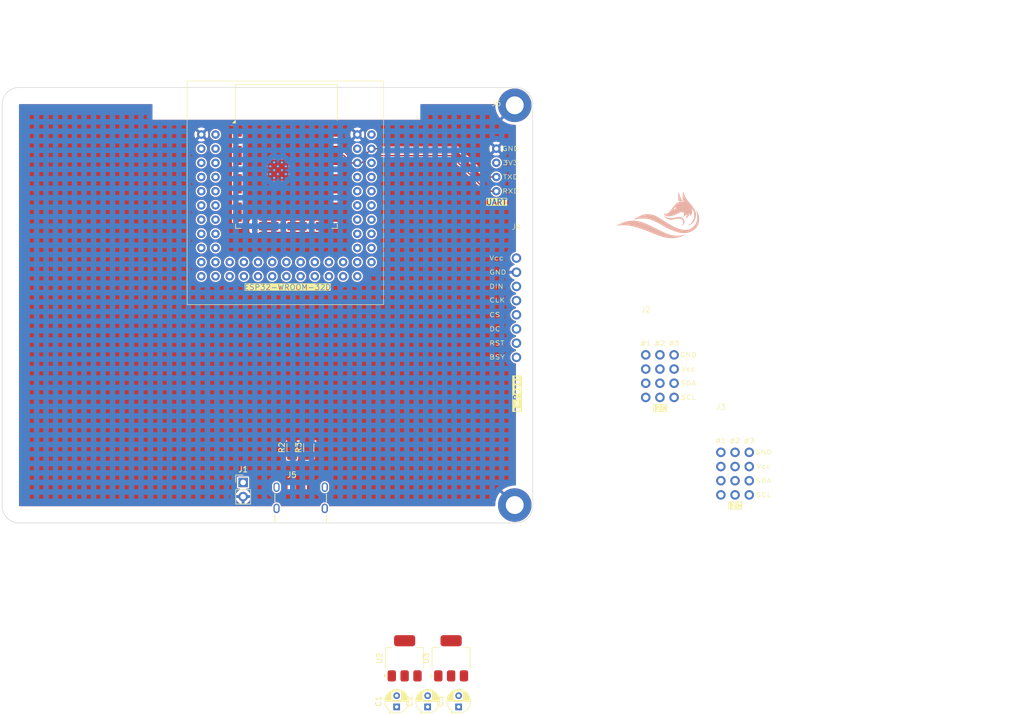
<source format=kicad_pcb>
(kicad_pcb (version 20240108) (generator "pcbnew") (generator_version "8.0")
  (title_block (title "ESP32-WROOM-32D Automation Board") (date "2024-01-15") (rev "v1.10") (company "CEGEP Heritage College") (comment 1 "Alexander Bobkov"))
  (layers (0 "F.Cu" signal) (31 "B.Cu" signal) (34 "B.Paste" user) (35 "F.Paste" user) (36 "B.SilkS" user "B.Silkscreen") (37 "F.SilkS" user "F.Silkscreen") (38 "B.Mask" user) (39 "F.Mask" user) (44 "Edge.Cuts" user))
  (net 0 "")
  (net 1 "/VBUS")
  (net 2 "/SCL")
  (net 3 "/SDA")
  (net 4 "/BUSY")
  (net 5 "/CLK")
  (net 6 "/DC")
  (net 7 "/CS")
  (net 8 "/DIN")
  (net 9 "/RST")
  (net 13 "/UART-TX")
  (net 16 "+3V3")
  (net 17 "GND")
  (net 18 "+5V")
  (net 23 "Net-(J8-EN)")
  (net 25 "Net-(J7-SENSOR_VP)")
  (net 26 "Net-(J7-SENSOR_VN)")
  (net 27 "/UART-RX")
  (net 38 "Net-(J5-CC2)")
  (net 39 "Net-(J5-CC1)")
  (footprint "Package_TO_SOT_SMD:SOT-223-3_TabPin2" (layer "F.Cu") (at 113.675 152.25 90)
    (property "Reference" "U2" (at 0 -4.5 90) (layer "F.SilkS"))
    (property "Value" "MAX1726EUK50")
    (pad "1" smd roundrect (at -3.15 -2.3 90) (size 2 1.5) (layers "F.Cu" "F.Paste" "F.Mask") (net 1 "/VBUS"))
    (pad "2" smd roundrect (at -3.15 0 90) (size 2 1.5) (layers "F.Cu" "F.Paste" "F.Mask") (net 17 "GND"))
    (pad "2" smd roundrect (at 3.15 0 90) (size 2 3.8) (layers "F.Cu" "F.Paste" "F.Mask") (net 17 "GND"))
    (pad "3" smd roundrect (at -3.15 2.3 90) (size 2 1.5) (layers "F.Cu" "F.Paste" "F.Mask") (net 18 "+5V"))
  )
  (footprint "Resistor_SMD:R_1206_3216Metric_Pad1.30x1.75mm_HandSolder" (layer "F.Cu") (at 93.5 114.5 90)
    (property "Reference" "R2" (at 0 -1.82 90) (layer "F.SilkS"))
    (property "Value" "5k1")
    (pad "1" smd roundrect (at -1.55 0 90) (size 1.3 1.75) (layers "F.Cu" "F.Paste" "F.Mask") (roundrect_rratio 0.192308) (net 39 "Net-(J5-CC1)"))
    (pad "2" smd roundrect (at 1.55 0 90) (size 1.3 1.75) (layers "F.Cu" "F.Paste" "F.Mask") (roundrect_rratio 0.192308) (net 17 "GND"))
  )
  (footprint "Capacitor_THT:CP_Radial_D4.0mm_P2.00mm" (layer "F.Cu") (at 123.35 160.945199 90)
    (property "Reference" "C3" (at 1 -3.25 90) (layer "F.SilkS"))
    (property "Value" "1uF")
    (pad "1" thru_hole rect (at 0 0 90) (size 1.2 1.2) (drill 0.6) (layers "*.Cu" "*.Mask") (net 1 "/VBUS"))
    (pad "2" thru_hole circle (at 2 0 90) (size 1.2 1.2) (drill 0.6) (layers "*.Cu" "*.Mask") (net 17 "GND"))
  )
  (footprint "PCM_SL_Mechanical:MountingHole_3.2mm_Pad" (layer "F.Cu") (at 133.4 53.2)
    (property "Reference" "H5" (hide yes))
    (property "Value" "MountingHole_M3_3.2mm_Pad")
    (pad "1" thru_hole circle (at 0 0) (size 6 6) (drill 3.2) (layers "*.Cu" "*.Mask") (net 17 "GND"))
  )
  (footprint "Resistor_SMD:R_1206_3216Metric_Pad1.30x1.75mm_HandSolder" (layer "F.Cu") (at 96.5 114.5 90)
    (property "Reference" "R3" (at 0 -1.82 90) (layer "F.SilkS"))
    (property "Value" "5k1")
    (pad "1" smd roundrect (at -1.55 0 90) (size 1.3 1.75) (layers "F.Cu" "F.Paste" "F.Mask") (roundrect_rratio 0.192308) (net 38 "Net-(J5-CC2)"))
    (pad "2" smd roundrect (at 1.55 0 90) (size 1.3 1.75) (layers "F.Cu" "F.Paste" "F.Mask") (roundrect_rratio 0.192308) (net 17 "GND"))
  )
  (footprint "Alexander Footprint Library:Conn_ePaper" (layer "F.Cu") (at 133.7 75.48)
    (property "Reference" "J4" (at 0 -0.5 0) (layer "F.SilkS") (effects (font (thickness 0.1))))
    (property "Value" "e-Paper")
    (fp_text user "Vcc" (at -3.571429 5.08 0) (layer "F.SilkS") (effects (font (size 0.8 1) (thickness 0.1))))
    (fp_text user "DC" (at -3.857143 17.78 0) (layer "F.SilkS") (effects (font (size 0.8 1) (thickness 0.1))))
    (fp_text user "GND" (at -3.333334 7.62 0) (layer "F.SilkS") (effects (font (size 0.8 1) (thickness 0.1))))
    (fp_text user "e-Paper" (at 0 29.42 90) (layer "F.SilkS" knockout) (effects (font (thickness 0.2) (bold yes))))
    (fp_text user "BSY" (at -3.452381 22.82 0) (layer "F.SilkS") (effects (font (size 0.8 1) (thickness 0.1))))
    (fp_text user "CLK" (at -3.452381 12.62 0) (layer "F.SilkS") (effects (font (size 0.8 1) (thickness 0.1))))
    (fp_text user "DIN" (at -3.595239 10.16 0) (layer "F.SilkS") (effects (font (size 0.8 1) (thickness 0.1))))
    (fp_text user "RST" (at -3.5 20.32 0) (layer "F.SilkS") (effects (font (size 0.8 1) (thickness 0.1))))
    (fp_text user "CS" (at -3.880953 15.24 0) (layer "F.SilkS") (effects (font (size 0.8 1) (thickness 0.1))))
    (pad "BUSY" thru_hole oval (at 0 22.86) (size 1.7 1.7) (drill 1) (layers "*.Cu" "*.Mask") (net 4 "/BUSY"))
    (pad "CLK" thru_hole oval (at 0 12.7) (size 1.7 1.7) (drill 1) (layers "*.Cu" "*.Mask") (net 5 "/CLK"))
    (pad "CS" thru_hole oval (at 0 15.24) (size 1.7 1.7) (drill 1) (layers "*.Cu" "*.Mask") (net 7 "/CS"))
    (pad "DC" thru_hole oval (at 0 17.78) (size 1.7 1.7) (drill 1) (layers "*.Cu" "*.Mask") (net 6 "/DC"))
    (pad "DIN" thru_hole oval (at 0 10.16) (size 1.7 1.7) (drill 1) (layers "*.Cu" "*.Mask") (net 8 "/DIN"))
    (pad "GND" thru_hole oval (at 0 7.62) (size 1.7 1.7) (drill 1) (layers "*.Cu" "*.Mask") (net 17 "GND"))
    (pad "RST" thru_hole oval (at 0 20.32) (size 1.7 1.7) (drill 1) (layers "*.Cu" "*.Mask") (net 9 "/RST"))
    (pad "Vcc" thru_hole oval (at 0 5.08) (size 1.7 1.7) (drill 1) (layers "*.Cu" "*.Mask") (net 16 "+3V3"))
  )
  (footprint "Alexander Footprint Library:Conn_UART" (layer "F.Cu") (at 130.1 53.34)
    (property "Reference" "J6" (at 0 -0.5 0) (layer "F.SilkS") (effects (font (thickness 0.1))))
    (property "Value" "UART")
    (fp_text user "UART" (at 0 17.78 0) (layer "F.SilkS" knockout) (effects (font (thickness 0.2) (bold yes)) (justify bottom)))
    (fp_text user "RXD" (at 2.54 15.24 0) (layer "F.SilkS") (effects (font (size 0.8 1) (thickness 0.1))))
    (fp_text user "3V3" (at 2.54 10.16 0) (layer "F.SilkS") (effects (font (size 0.8 1) (thickness 0.1))))
    (fp_text user "TXD" (at 2.54 12.7 0) (layer "F.SilkS") (effects (font (size 0.8 1) (thickness 0.1))))
    (fp_text user "GND" (at 2.54 7.62 0) (layer "F.SilkS") (effects (font (size 0.8 1) (thickness 0.1))))
    (pad "3V3" thru_hole circle (at 0 10.16) (size 1.524 1.524) (drill 0.762) (layers "*.Cu" "*.Mask") (net 16 "+3V3"))
    (pad "GND" thru_hole circle (at 0 7.62) (size 1.524 1.524) (drill 0.762) (layers "*.Cu" "*.Mask") (net 17 "GND"))
    (pad "RXD" thru_hole circle (at 0 15.24) (size 1.524 1.524) (drill 0.762) (layers "*.Cu" "*.Mask") (net 27 "/UART-RX"))
    (pad "TXD" thru_hole circle (at 0 12.7) (size 1.524 1.524) (drill 0.762) (layers "*.Cu" "*.Mask") (net 13 "/UART-TX"))
  )
  (footprint "Alexander Footprint Library:Conn_I2C_3" (layer "F.Cu") (at 156.86 90.28)
    (property "Reference" "J2" (at 0 -0.5 0) (layer "F.SilkS") (effects (font (thickness 0.1))))
    (property "Value" "I2C")
    (fp_text user "SDA" (at 7.62 12.7 0) (layer "F.SilkS") (effects (font (size 0.8 1) (thickness 0.1))))
    (fp_text user "I2C" (at 2.54 17.78 0) (layer "F.SilkS" knockout) (effects (font (thickness 0.2) (bold yes)) (justify bottom)))
    (fp_text user "#1" (at 0 5.08 0) (layer "F.SilkS") (effects (font (size 0.8 1) (thickness 0.1)) (justify top)))
    (fp_text user "Vcc" (at 7.62 10.16 0) (layer "F.SilkS") (effects (font (size 0.8 1) (thickness 0.1))))
    (fp_text user "GND" (at 7.62 7.62 0) (layer "F.SilkS") (effects (font (size 0.8 1) (thickness 0.1))))
    (fp_text user "SCL" (at 7.62 15.24 0) (layer "F.SilkS") (effects (font (size 0.8 1) (thickness 0.1))))
    (fp_text user "#2" (at 2.54 5.08 0) (layer "F.SilkS") (effects (font (size 0.8 1) (thickness 0.1)) (justify top)))
    (fp_text user "#3" (at 5.08 5.08 0) (layer "F.SilkS") (effects (font (size 0.8 1) (thickness 0.1)) (justify top)))
    (pad "GND" thru_hole oval (at 0 7.62) (size 1.7 1.7) (drill 1) (layers "*.Cu" "*.Mask") (net 17 "GND"))
    (pad "GND" thru_hole oval (at 2.54 7.62) (size 1.7 1.7) (drill 1) (layers "*.Cu" "*.Mask") (net 17 "GND"))
    (pad "GND" thru_hole oval (at 5.08 7.62) (size 1.7 1.7) (drill 1) (layers "*.Cu" "*.Mask") (net 17 "GND"))
    (pad "SCL" thru_hole oval (at 0 15.24) (size 1.7 1.7) (drill 1) (layers "*.Cu" "*.Mask") (net 2 "/SCL"))
    (pad "SCL" thru_hole oval (at 2.54 15.24) (size 1.7 1.7) (drill 1) (layers "*.Cu" "*.Mask") (net 2 "/SCL"))
    (pad "SCL" thru_hole oval (at 5.08 15.24) (size 1.7 1.7) (drill 1) (layers "*.Cu" "*.Mask") (net 2 "/SCL"))
    (pad "SDA" thru_hole oval (at 0 12.7) (size 1.7 1.7) (drill 1) (layers "*.Cu" "*.Mask") (net 3 "/SDA"))
    (pad "SDA" thru_hole oval (at 2.54 12.7) (size 1.7 1.7) (drill 1) (layers "*.Cu" "*.Mask") (net 3 "/SDA"))
    (pad "SDA" thru_hole oval (at 5.08 12.7) (size 1.7 1.7) (drill 1) (layers "*.Cu" "*.Mask") (net 3 "/SDA"))
    (pad "Vcc" thru_hole oval (at 0 10.16) (size 1.7 1.7) (drill 1) (layers "*.Cu" "*.Mask") (net 16 "+3V3"))
    (pad "Vcc" thru_hole oval (at 2.54 10.16) (size 1.7 1.7) (drill 1) (layers "*.Cu" "*.Mask") (net 16 "+3V3"))
    (pad "Vcc" thru_hole oval (at 5.08 10.16) (size 1.7 1.7) (drill 1) (layers "*.Cu" "*.Mask") (net 16 "+3V3"))
  )
  (footprint "Capacitor_THT:CP_Radial_D4.0mm_P2.00mm" (layer "F.Cu") (at 117.8 160.945199 90)
    (property "Reference" "C2" (at 1 -3.25 90) (layer "F.SilkS"))
    (property "Value" "1uF")
    (pad "1" thru_hole rect (at 0 0 90) (size 1.2 1.2) (drill 0.6) (layers "*.Cu" "*.Mask") (net 18 "+5V"))
    (pad "2" thru_hole circle (at 2 0 90) (size 1.2 1.2) (drill 0.6) (layers "*.Cu" "*.Mask") (net 17 "GND"))
  )
  (footprint "Alexander Footprint Library:Conn_I2C_3" (layer "F.Cu") (at 170.32 107.74)
    (property "Reference" "J3" (at 0 -0.5 0) (layer "F.SilkS") (effects (font (thickness 0.1))))
    (property "Value" "I2C")
    (fp_text user "Vcc" (at 7.62 10.16 0) (layer "F.SilkS") (effects (font (size 0.8 1) (thickness 0.1))))
    (fp_text user "GND" (at 7.62 7.62 0) (layer "F.SilkS") (effects (font (size 0.8 1) (thickness 0.1))))
    (fp_text user "SDA" (at 7.62 12.7 0) (layer "F.SilkS") (effects (font (size 0.8 1) (thickness 0.1))))
    (fp_text user "I2C" (at 2.54 17.78 0) (layer "F.SilkS" knockout) (effects (font (thickness 0.2) (bold yes)) (justify bottom)))
    (fp_text user "SCL" (at 7.62 15.24 0) (layer "F.SilkS") (effects (font (size 0.8 1) (thickness 0.1))))
    (fp_text user "#1" (at 0 5.08 0) (layer "F.SilkS") (effects (font (size 0.8 1) (thickness 0.1)) (justify top)))
    (fp_text user "#3" (at 5.08 5.08 0) (layer "F.SilkS") (effects (font (size 0.8 1) (thickness 0.1)) (justify top)))
    (fp_text user "#2" (at 2.54 5.08 0) (layer "F.SilkS") (effects (font (size 0.8 1) (thickness 0.1)) (justify top)))
    (pad "GND" thru_hole oval (at 0 7.62) (size 1.7 1.7) (drill 1) (layers "*.Cu" "*.Mask") (net 17 "GND"))
    (pad "GND" thru_hole oval (at 2.54 7.62) (size 1.7 1.7) (drill 1) (layers "*.Cu" "*.Mask") (net 17 "GND"))
    (pad "GND" thru_hole oval (at 5.08 7.62) (size 1.7 1.7) (drill 1) (layers "*.Cu" "*.Mask") (net 17 "GND"))
    (pad "SCL" thru_hole oval (at 0 15.24) (size 1.7 1.7) (drill 1) (layers "*.Cu" "*.Mask") (net 2 "/SCL"))
    (pad "SCL" thru_hole oval (at 2.54 15.24) (size 1.7 1.7) (drill 1) (layers "*.Cu" "*.Mask") (net 2 "/SCL"))
    (pad "SCL" thru_hole oval (at 5.08 15.24) (size 1.7 1.7) (drill 1) (layers "*.Cu" "*.Mask") (net 2 "/SCL"))
    (pad "SDA" thru_hole oval (at 0 12.7) (size 1.7 1.7) (drill 1) (layers "*.Cu" "*.Mask") (net 3 "/SDA"))
    (pad "SDA" thru_hole oval (at 2.54 12.7) (size 1.7 1.7) (drill 1) (layers "*.Cu" "*.Mask") (net 3 "/SDA"))
    (pad "SDA" thru_hole oval (at 5.08 12.7) (size 1.7 1.7) (drill 1) (layers "*.Cu" "*.Mask") (net 3 "/SDA"))
    (pad "Vcc" thru_hole oval (at 0 10.16) (size 1.7 1.7) (drill 1) (layers "*.Cu" "*.Mask") (net 16 "+3V3"))
    (pad "Vcc" thru_hole oval (at 2.54 10.16) (size 1.7 1.7) (drill 1) (layers "*.Cu" "*.Mask") (net 16 "+3V3"))
    (pad "Vcc" thru_hole oval (at 5.08 10.16) (size 1.7 1.7) (drill 1) (layers "*.Cu" "*.Mask") (net 16 "+3V3"))
  )
  (footprint "Capacitor_THT:CP_Radial_D4.0mm_P2.00mm" (layer "F.Cu") (at 112.25 160.945199 90)
    (property "Reference" "C1" (at 1 -3.25 90) (layer "F.SilkS"))
    (property "Value" "1uF")
    (pad "1" thru_hole rect (at 0 0 90) (size 1.2 1.2) (drill 0.6) (layers "*.Cu" "*.Mask") (net 16 "+3V3"))
    (pad "2" thru_hole circle (at 2 0 90) (size 1.2 1.2) (drill 0.6) (layers "*.Cu" "*.Mask") (net 17 "GND"))
  )
  (footprint "Package_TO_SOT_SMD:SOT-223-3_TabPin2" (layer "F.Cu") (at 122 152.25 90)
    (property "Reference" "U3" (at 0 -4.5 90) (layer "F.SilkS"))
    (property "Value" "MAX1726EUK33")
    (pad "1" smd roundrect (at -3.15 -2.3 90) (size 2 1.5) (layers "F.Cu" "F.Paste" "F.Mask") (net 1 "/VBUS"))
    (pad "2" smd roundrect (at -3.15 0 90) (size 2 1.5) (layers "F.Cu" "F.Paste" "F.Mask") (net 17 "GND"))
    (pad "2" smd roundrect (at 3.15 0 90) (size 2 3.8) (layers "F.Cu" "F.Paste" "F.Mask") (net 17 "GND"))
    (pad "3" smd roundrect (at -3.15 2.3 90) (size 2 1.5) (layers "F.Cu" "F.Paste" "F.Mask") (net 16 "+3V3"))
  )
  (footprint "Alexander Footprint Library:ESP32-WROOM-Adapter-Socket-Universal" (layer "F.Cu") (at 92.5 66.0525)
    (property "Reference" "J8" (hide yes))
    (property "Value" "~")
    (fp_text user "ESP32-WROOM-32D" (at -7.62 20.32 0) (layer "F.SilkS" knockout) (effects (font (thickness 0.1)) (justify left bottom)))
    (pad "" thru_hole circle (at -15.24 10.16) (size 1.524 1.524) (drill 0.762) (layers "*.Cu" "*.Mask"))
    (pad "" thru_hole circle (at -15.24 12.7 90) (size 1.524 1.524) (drill 0.762) (layers "*.Cu" "*.Mask"))
    (pad "" thru_hole circle (at -15.24 15.24 90) (size 1.524 1.524) (drill 0.762) (layers "*.Cu" "*.Mask"))
    (pad "" thru_hole circle (at -15.24 17.78 90) (size 1.524 1.524) (drill 0.762) (layers "*.Cu" "*.Mask"))
    (pad "" thru_hole circle (at -12.7 10.16) (size 1.524 1.524) (drill 0.762) (layers "*.Cu" "*.Mask"))
    (pad "" thru_hole circle (at -12.7 12.7 90) (size 1.524 1.524) (drill 0.762) (layers "*.Cu" "*.Mask"))
    (pad "" thru_hole circle (at -12.7 15.24 90) (size 1.524 1.524) (drill 0.762) (layers "*.Cu" "*.Mask"))
    (pad "" thru_hole circle (at -12.7 17.78 90) (size 1.524 1.524) (drill 0.762) (layers "*.Cu" "*.Mask"))
    (pad "" thru_hole circle (at -10.16 15.24 90) (size 1.524 1.524) (drill 0.762) (layers "*.Cu" "*.Mask"))
    (pad "" thru_hole circle (at -7.62 15.24 90) (size 1.524 1.524) (drill 0.762) (layers "*.Cu" "*.Mask"))
    (pad "" thru_hole circle (at -5.08 15.24 90) (size 1.524 1.524) (drill 0.762) (layers "*.Cu" "*.Mask"))
    (pad "" thru_hole circle (at -2.54 15.24 90) (size 1.524 1.524) (drill 0.762) (layers "*.Cu" "*.Mask"))
    (pad "" thru_hole circle (at 0 15.24 90) (size 1.524 1.524) (drill 0.762) (layers "*.Cu" "*.Mask"))
    (pad "" thru_hole circle (at 2.54 15.24 90) (size 1.524 1.524) (drill 0.762) (layers "*.Cu" "*.Mask"))
    (pad "" thru_hole circle (at 5.08 15.24 90) (size 1.524 1.524) (drill 0.762) (layers "*.Cu" "*.Mask"))
    (pad "" thru_hole circle (at 7.62 15.24 90) (size 1.524 1.524) (drill 0.762) (layers "*.Cu" "*.Mask"))
    (pad "" thru_hole circle (at 10.16 15.24 90) (size 1.524 1.524) (drill 0.762) (layers "*.Cu" "*.Mask"))
    (pad "" thru_hole circle (at 12.7 10.16) (size 1.524 1.524) (drill 0.762) (layers "*.Cu" "*.Mask"))
    (pad "" thru_hole circle (at 12.7 12.7 90) (size 1.524 1.524) (drill 0.762) (layers "*.Cu" "*.Mask"))
    (pad "" thru_hole circle (at 12.7 15.24 90) (size 1.524 1.524) (drill 0.762) (layers "*.Cu" "*.Mask"))
    (pad "" thru_hole circle (at 12.7 17.78 90) (size 1.524 1.524) (drill 0.762) (layers "*.Cu" "*.Mask"))
    (pad "" thru_hole circle (at 15.24 10.16) (size 1.524 1.524) (drill 0.762) (layers "*.Cu" "*.Mask"))
    (pad "" thru_hole circle (at 15.24 12.7 90) (size 1.524 1.524) (drill 0.762) (layers "*.Cu" "*.Mask"))
    (pad "" thru_hole circle (at 15.24 15.24 90) (size 1.524 1.524) (drill 0.762) (layers "*.Cu" "*.Mask"))
    (pad "1" thru_hole circle (at -15.24 -7.62) (size 1.524 1.524) (drill 0.762) (layers "*.Cu" "*.Mask") (net 17 "GND"))
    (pad "1" smd rect (at -8.75 -8.95) (size 1.5 0.9) (layers "F.Cu" "F.Paste" "F.Mask") (net 17 "GND"))
    (pad "2" thru_hole circle (at -12.7 -7.62) (size 1.524 1.524) (drill 0.762) (layers "*.Cu" "*.Mask") (net 16 "+3V3"))
    (pad "2" smd rect (at -8.75 -7.68) (size 1.5 0.9) (layers "F.Cu" "F.Paste" "F.Mask") (net 16 "+3V3"))
    (pad "3" thru_hole circle (at -15.24 -5.08) (size 1.524 1.524) (drill 0.762) (layers "*.Cu" "*.Mask") (net 23 "Net-(J8-EN)"))
    (pad "3" smd rect (at -8.75 -6.41) (size 1.5 0.9) (layers "F.Cu" "F.Paste" "F.Mask") (net 23 "Net-(J8-EN)"))
    (pad "4" thru_hole circle (at -12.7 -5.08) (size 1.524 1.524) (drill 0.762) (layers "*.Cu" "*.Mask") (net 25 "Net-(J7-SENSOR_VP)"))
    (pad "4" smd rect (at -8.75 -5.14) (size 1.5 0.9) (layers "F.Cu" "F.Paste" "F.Mask") (net 25 "Net-(J7-SENSOR_VP)"))
    (pad "5" thru_hole circle (at -15.24 -2.54) (size 1.524 1.524) (drill 0.762) (layers "*.Cu" "*.Mask") (net 26 "Net-(J7-SENSOR_VN)"))
    (pad "5" smd rect (at -8.75 -3.87) (size 1.5 0.9) (layers "F.Cu" "F.Paste" "F.Mask") (net 26 "Net-(J7-SENSOR_VN)"))
    (pad "6" thru_hole circle (at -12.7 -2.54) (size 1.524 1.524) (drill 0.762) (layers "*.Cu" "*.Mask"))
    (pad "6" smd rect (at -8.75 -2.6) (size 1.5 0.9) (layers "F.Cu" "F.Paste" "F.Mask"))
    (pad "7" thru_hole circle (at -15.24 0) (size 1.524 1.524) (drill 0.762) (layers "*.Cu" "*.Mask"))
    (pad "7" smd rect (at -8.75 -1.33) (size 1.5 0.9) (layers "F.Cu" "F.Paste" "F.Mask"))
    (pad "8" thru_hole circle (at -12.7 0) (size 1.524 1.524) (drill 0.762) (layers "*.Cu" "*.Mask"))
    (pad "8" smd rect (at -8.75 -0.06) (size 1.5 0.9) (layers "F.Cu" "F.Paste" "F.Mask"))
    (pad "9" thru_hole circle (at -15.24 2.54) (size 1.524 1.524) (drill 0.762) (layers "*.Cu" "*.Mask"))
    (pad "9" smd rect (at -8.75 1.21) (size 1.5 0.9) (layers "F.Cu" "F.Paste" "F.Mask"))
    (pad "10" thru_hole circle (at -12.7 2.54) (size 1.524 1.524) (drill 0.762) (layers "*.Cu" "*.Mask"))
    (pad "10" smd rect (at -8.75 2.48) (size 1.5 0.9) (layers "F.Cu" "F.Paste" "F.Mask"))
    (pad "11" thru_hole circle (at -15.24 5.08) (size 1.524 1.524) (drill 0.762) (layers "*.Cu" "*.Mask"))
    (pad "11" smd rect (at -8.75 3.75) (size 1.5 0.9) (layers "F.Cu" "F.Paste" "F.Mask"))
    (pad "12" thru_hole circle (at -12.7 5.08) (size 1.524 1.524) (drill 0.762) (layers "*.Cu" "*.Mask"))
    (pad "12" smd rect (at -8.75 5.02) (size 1.5 0.9) (layers "F.Cu" "F.Paste" "F.Mask"))
    (pad "13" thru_hole circle (at -15.24 7.62) (size 1.524 1.524) (drill 0.762) (layers "*.Cu" "*.Mask"))
    (pad "13" smd rect (at -8.75 6.29) (size 1.5 0.9) (layers "F.Cu" "F.Paste" "F.Mask"))
    (pad "14" thru_hole circle (at -12.7 7.62) (size 1.524 1.524) (drill 0.762) (layers "*.Cu" "*.Mask"))
    (pad "14" smd rect (at -8.75 7.56) (size 1.5 0.9) (layers "F.Cu" "F.Paste" "F.Mask"))
    (pad "15" smd rect (at -5.71 8.81 90) (size 1.5 0.9) (layers "F.Cu" "F.Paste" "F.Mask") (net 17 "GND"))
    (pad "16" smd rect (at -4.44 8.81 90) (size 1.5 0.9) (layers "F.Cu" "F.Paste" "F.Mask"))
    (pad "17" smd rect (at -3.17 8.81 90) (size 1.5 0.9) (layers "F.Cu" "F.Paste" "F.Mask"))
    (pad "18" smd rect (at -1.9 8.81 90) (size 1.5 0.9) (layers "F.Cu" "F.Paste" "F.Mask"))
    (pad "19" smd rect (at -0.63 8.81 90) (size 1.5 0.9) (layers "F.Cu" "F.Paste" "F.Mask"))
    (pad "20" smd rect (at 0.64 8.81 90) (size 1.5 0.9) (layers "F.Cu" "F.Paste" "F.Mask"))
    (pad "21" smd rect (at 1.91 8.81 90) (size 1.5 0.9) (layers "F.Cu" "F.Paste" "F.Mask"))
    (pad "22" smd rect (at 3.18 8.81 90) (size 1.5 0.9) (layers "F.Cu" "F.Paste" "F.Mask"))
    (pad "23" smd rect (at 4.45 8.81 90) (size 1.5 0.9) (layers "F.Cu" "F.Paste" "F.Mask"))
    (pad "24" smd rect (at 5.72 8.81 90) (size 1.5 0.9) (layers "F.Cu" "F.Paste" "F.Mask"))
    (pad "25" smd rect (at 8.75 7.56) (size 1.5 0.9) (layers "F.Cu" "F.Paste" "F.Mask"))
    (pad "25" thru_hole circle (at 15.24 7.62) (size 1.524 1.524) (drill 0.762) (layers "*.Cu" "*.Mask"))
    (pad "26" smd rect (at 8.75 6.29) (size 1.5 0.9) (layers "F.Cu" "F.Paste" "F.Mask") (net 4 "/BUSY"))
    (pad "26" thru_hole circle (at 12.7 7.62) (size 1.524 1.524) (drill 0.762) (layers "*.Cu" "*.Mask") (net 4 "/BUSY"))
    (pad "27" smd rect (at 8.75 5.02) (size 1.5 0.9) (layers "F.Cu" "F.Paste" "F.Mask") (net 9 "/RST"))
    (pad "27" thru_hole circle (at 15.24 5.08) (size 1.524 1.524) (drill 0.762) (layers "*.Cu" "*.Mask") (net 9 "/RST"))
    (pad "28" smd rect (at 8.75 3.75) (size 1.5 0.9) (layers "F.Cu" "F.Paste" "F.Mask") (net 6 "/DC"))
    (pad "28" thru_hole circle (at 12.7 5.08) (size 1.524 1.524) (drill 0.762) (layers "*.Cu" "*.Mask") (net 6 "/DC"))
    (pad "29" smd rect (at 8.75 2.48) (size 1.5 0.9) (layers "F.Cu" "F.Paste" "F.Mask") (net 7 "/CS"))
    (pad "29" thru_hole circle (at 15.24 2.54) (size 1.524 1.524) (drill 0.762) (layers "*.Cu" "*.Mask") (net 7 "/CS"))
    (pad "30" smd rect (at 8.75 1.21) (size 1.5 0.9) (layers "F.Cu" "F.Paste" "F.Mask") (net 5 "/CLK"))
    (pad "30" thru_hole circle (at 12.7 2.54) (size 1.524 1.524) (drill 0.762) (layers "*.Cu" "*.Mask") (net 5 "/CLK"))
    (pad "31" smd rect (at 8.75 -0.06) (size 1.5 0.9) (layers "F.Cu" "F.Paste" "F.Mask"))
    (pad "31" thru_hole circle (at 15.24 0) (size 1.524 1.524) (drill 0.762) (layers "*.Cu" "*.Mask"))
    (pad "32" smd rect (at 8.75 -1.33) (size 1.5 0.9) (layers "F.Cu" "F.Paste" "F.Mask"))
    (pad "32" thru_hole circle (at 12.7 0) (size 1.524 1.524) (drill 0.762) (layers "*.Cu" "*.Mask"))
    (pad "33" smd rect (at 8.75 -2.6) (size 1.5 0.9) (layers "F.Cu" "F.Paste" "F.Mask") (net 3 "/SDA"))
    (pad "33" thru_hole circle (at 15.24 -2.54) (size 1.524 1.524) (drill 0.762) (layers "*.Cu" "*.Mask") (net 3 "/SDA"))
    (pad "34" smd rect (at 8.75 -3.87) (size 1.5 0.9) (layers "F.Cu" "F.Paste" "F.Mask") (net 27 "/UART-RX"))
    (pad "34" thru_hole circle (at 12.7 -2.54) (size 1.524 1.524) (drill 0.762) (layers "*.Cu" "*.Mask") (net 27 "/UART-RX"))
    (pad "35" smd rect (at 8.75 -5.14) (size 1.5 0.9) (layers "F.Cu" "F.Paste" "F.Mask") (net 13 "/UART-TX"))
    (pad "35" thru_hole circle (at 15.24 -5.08) (size 1.524 1.524) (drill 0.762) (layers "*.Cu" "*.Mask") (net 13 "/UART-TX"))
    (pad "36" smd rect (at 8.75 -6.41) (size 1.5 0.9) (layers "F.Cu" "F.Paste" "F.Mask") (net 2 "/SCL"))
    (pad "36" thru_hole circle (at 12.7 -5.08) (size 1.524 1.524) (drill 0.762) (layers "*.Cu" "*.Mask") (net 2 "/SCL"))
    (pad "37" smd rect (at 8.75 -7.68) (size 1.5 0.9) (layers "F.Cu" "F.Paste" "F.Mask") (net 8 "/DIN"))
    (pad "37" thru_hole circle (at 15.24 -7.62) (size 1.524 1.524) (drill 0.762) (layers "*.Cu" "*.Mask") (net 8 "/DIN"))
    (pad "38" smd rect (at 8.75 -8.95) (size 1.5 0.9) (layers "F.Cu" "F.Paste" "F.Mask") (net 17 "GND"))
    (pad "38" thru_hole circle (at 12.7 -7.62) (size 1.524 1.524) (drill 0.762) (layers "*.Cu" "*.Mask") (net 17 "GND"))
    (pad "39" smd rect (at -2.9 -2.63) (size 0.9 0.9) (layers "F.Cu" "F.Paste"))
    (pad "39" thru_hole circle (at -2.9 -1.93) (size 0.6 0.6) (drill 0.2) (property pad_prop_heatsink) (layers "*.Cu" "F.Mask"))
    (pad "39" smd rect (at -2.9 -1.23) (size 0.9 0.9) (layers "F.Cu" "F.Paste"))
    (pad "39" thru_hole circle (at -2.9 -0.53) (size 0.6 0.6) (drill 0.2) (property pad_prop_heatsink) (layers "*.Cu" "F.Mask"))
    (pad "39" smd rect (at -2.9 0.17) (size 0.9 0.9) (layers "F.Cu" "F.Paste"))
    (pad "39" thru_hole circle (at -2.2 -2.63) (size 0.6 0.6) (drill 0.2) (property pad_prop_heatsink) (layers "*.Cu" "F.Mask"))
    (pad "39" thru_hole circle (at -2.2 -1.23) (size 0.6 0.6) (drill 0.2) (property pad_prop_heatsink) (layers "*.Cu" "F.Mask"))
    (pad "39" thru_hole circle (at -2.2 0.17) (size 0.6 0.6) (drill 0.2) (property pad_prop_heatsink) (layers "*.Cu" "F.Mask"))
    (pad "39" thru_hole circle (at -1.525 -1.93) (size 0.6 0.6) (drill 0.2) (property pad_prop_heatsink) (layers "*.Cu" "F.Mask"))
    (pad "39" thru_hole circle (at -1.525 -0.53) (size 0.6 0.6) (drill 0.2) (property pad_prop_heatsink) (layers "*.Cu" "F.Mask"))
    (pad "39" smd rect (at -1.5 -2.63) (size 0.9 0.9) (layers "F.Cu" "F.Paste"))
    (pad "39" smd rect (at -1.5 -1.23) (size 0.9 0.9) (layers "F.Cu" "F.Paste"))
    (pad "39" smd rect (at -1.5 -1.23) (size 3.8 3.8) (layers "F.Cu" "F.Mask"))
    (pad "39" smd rect (at -1.5 0.17) (size 0.9 0.9) (layers "F.Cu" "F.Paste"))
    (pad "39" thru_hole circle (at -0.8 -2.63) (size 0.6 0.6) (drill 0.2) (property pad_prop_heatsink) (layers "*.Cu" "F.Mask"))
    (pad "39" thru_hole circle (at -0.8 -1.23) (size 0.6 0.6) (drill 0.2) (property pad_prop_heatsink) (layers "*.Cu" "F.Mask"))
    (pad "39" thru_hole circle (at -0.8 0.17) (size 0.6 0.6) (drill 0.2) (property pad_prop_heatsink) (layers "*.Cu" "F.Mask"))
    (pad "39" smd rect (at -0.1 -2.63) (size 0.9 0.9) (layers "F.Cu" "F.Paste"))
    (pad "39" thru_hole circle (at -0.1 -1.93) (size 0.6 0.6) (drill 0.2) (property pad_prop_heatsink) (layers "*.Cu" "F.Mask"))
    (pad "39" smd rect (at -0.1 -1.23) (size 0.9 0.9) (layers "F.Cu" "F.Paste"))
    (pad "39" thru_hole circle (at -0.1 -0.53) (size 0.6 0.6) (drill 0.2) (property pad_prop_heatsink) (layers "*.Cu" "F.Mask"))
    (pad "39" smd rect (at -0.1 0.17) (size 0.9 0.9) (layers "F.Cu" "F.Paste"))
    (pad "41" thru_hole circle (at -10.16 17.78 90) (size 1.524 1.524) (drill 0.762) (layers "*.Cu" "*.Mask"))
    (pad "41" thru_hole circle (at -7.62 17.78 90) (size 1.524 1.524) (drill 0.762) (layers "*.Cu" "*.Mask"))
    (pad "41" thru_hole circle (at -5.08 17.78 90) (size 1.524 1.524) (drill 0.762) (layers "*.Cu" "*.Mask"))
    (pad "41" thru_hole circle (at -2.54 17.78 90) (size 1.524 1.524) (drill 0.762) (layers "*.Cu" "*.Mask"))
    (pad "41" thru_hole circle (at 0 17.78 90) (size 1.524 1.524) (drill 0.762) (layers "*.Cu" "*.Mask"))
    (pad "41" thru_hole circle (at 2.54 17.78 90) (size 1.524 1.524) (drill 0.762) (layers "*.Cu" "*.Mask"))
    (pad "41" thru_hole circle (at 5.08 17.78 90) (size 1.524 1.524) (drill 0.762) (layers "*.Cu" "*.Mask"))
    (pad "41" thru_hole circle (at 7.62 17.78 90) (size 1.524 1.524) (drill 0.762) (layers "*.Cu" "*.Mask"))
    (pad "41" thru_hole circle (at 10.16 17.78 90) (size 1.524 1.524) (drill 0.762) (layers "*.Cu" "*.Mask"))
    (zone (net 0) (net_name "") (layers "*.Cu") (connect_pads (clearance 0)) (min_thickness 0.254)
      (keepout (tracks not_allowed) (vias not_allowed) (pads not_allowed) (copperpour not_allowed) (footprints not_allowed))
      (fill (thermal_gap 0.508) (thermal_bridge_width 0.508))
      (polygon (pts (xy 68.5 55.8025) (xy 116.5 55.8025) (xy 116.5 34.6125) (xy 68.5 34.6125)))
    )
  )
  (footprint "Connector_PinHeader_2.54mm:PinHeader_1x02_P2.54mm_Vertical" (layer "F.Cu") (at 84.75 120.75)
    (property "Reference" "J1" (at 0 -2.33 360) (layer "F.SilkS"))
    (property "Value" "PWR")
    (pad "1" thru_hole rect (at 0 0) (size 1.7 1.7) (drill 1) (layers "*.Cu" "*.Mask") (net 1 "/VBUS"))
    (pad "2" thru_hole oval (at 0 2.54) (size 1.7 1.7) (drill 1) (layers "*.Cu" "*.Mask") (net 17 "GND"))
  )
  (footprint "PCM_SL_Mechanical:MountingHole_3.2mm_Pad" (layer "F.Cu") (at 133.4 124.8)
    (property "Reference" "H6" (hide yes))
    (property "Value" "MountingHole_M3_3.2mm_Pad")
    (pad "1" thru_hole circle (at 0 0) (size 6 6) (drill 3.2) (layers "*.Cu" "*.Mask") (net 17 "GND"))
  )
  (footprint "Alexander Footprint Library:USB-C MOLEX 2171750001" (layer "F.Cu") (at 95.05 128)
    (property "Reference" "J5" (at -1.5875 -8.605 0) (layer "F.SilkS"))
    (property "Value" "USB-C")
    (pad "A5" smd rect (at -0.5 -6.48) (size 0.7 1.2) (layers "F.Cu" "F.Paste") (net 39 "Net-(J5-CC1)"))
    (pad "A9" smd rect (at 1.52 -6.48) (size 0.76 1.2) (layers "F.Cu" "F.Paste") (net 1 "/VBUS"))
    (pad "A12" smd rect (at 2.75 -6.48) (size 0.8 1.2) (layers "F.Cu" "F.Paste") (net 17 "GND"))
    (pad "B5" smd rect (at 0.5 -6.48) (size 0.7 1.2) (layers "F.Cu" "F.Paste") (net 38 "Net-(J5-CC2)"))
    (pad "B9" smd rect (at -1.52 -6.48) (size 0.76 1.2) (layers "F.Cu" "F.Paste") (net 1 "/VBUS"))
    (pad "B12" smd rect (at -2.75 -6.48) (size 0.8 1.2) (layers "F.Cu" "F.Paste") (net 17 "GND"))
    (pad "S1" thru_hole oval (at -4.32 -2.6) (size 1.1 1.7) (drill oval 0.6 1.2) (layers "*.Cu" "*.Mask"))
    (pad "S2" thru_hole oval (at 4.32 -2.6) (size 1.1 1.7) (drill oval 0.6 1.2) (layers "*.Cu" "*.Mask"))
    (pad "S3" thru_hole oval (at -4.32 -6.4) (size 1.1 1.7) (drill oval 0.6 1.2) (layers "*.Cu" "*.Mask"))
    (pad "S4" thru_hole oval (at 4.32 -6.4) (size 1.1 1.7) (drill oval 0.6 1.2) (layers "*.Cu" "*.Mask"))
  )
  (footprint "LOGO" (layer "B.Cu") (at 159 72.8 180)
    (property "Reference" "G***" (hide yes))
    (property "Value" "LOGO" (hide yes))
  )
  (gr_line (start 136.6 53) (end 136.6 125) (stroke (width 0.1)) (layer "Edge.Cuts"))
  (gr_arc (start 133.6 50) (mid 135.72132 50.87868) (end 136.6 53) (stroke (width 0.1)) (layer "Edge.Cuts"))
  (gr_line (start 133.6 128) (end 44.6 128) (stroke (width 0.1)) (layer "Edge.Cuts"))
  (gr_arc (start 44.6 128) (mid 42.47868 127.12132) (end 41.6 125) (stroke (width 0.1)) (layer "Edge.Cuts"))
  (gr_arc (start 136.6 125) (mid 135.72132 127.12132) (end 133.6 128) (stroke (width 0.1)) (layer "Edge.Cuts"))
  (gr_arc (start 41.6 53) (mid 42.47868 50.87868) (end 44.6 50) (stroke (width 0.1)) (layer "Edge.Cuts"))
  (gr_line (start 41.6 125) (end 41.6 53) (stroke (width 0.1)) (layer "Edge.Cuts"))
  (gr_line (start 44.6 50) (end 133.6 50) (stroke (width 0.1)) (layer "Edge.Cuts"))
  (segment (start 130.1 66.04) (end 128.24 66.04) (width 0.25) (layer "F.Cu") (net 13))
  (segment (start 102.25 60.9125) (end 103.6375 62.3) (width 0.25) (layer "F.Cu") (net 13))
  (segment (start 128.24 66.04) (end 123.1725 60.9725) (width 0.25) (layer "F.Cu") (net 13))
  (segment (start 106.4125 62.3) (end 107.74 60.9725) (width 0.25) (layer "F.Cu") (net 13))
  (segment (start 123.1725 60.9725) (end 107.74 60.9725) (width 0.25) (layer "F.Cu") (net 13))
  (segment (start 103.6375 62.3) (end 106.4125 62.3) (width 0.25) (layer "F.Cu") (net 13))
  (segment (start 101.25 60.9125) (end 102.25 60.9125) (width 0.25) (layer "F.Cu") (net 13))
  (segment (start 102.79237 62.1825) (end 101.25 62.1825) (width 0.25) (layer "F.Cu") (net 27))
  (segment (start 105.9875 63.5125) (end 105.2 63.5125) (width 0.25) (layer "F.Cu") (net 27))
  (segment (start 107.3 62.2) (end 105.9875 63.5125) (width 0.25) (layer "F.Cu") (net 27))
  (segment (start 128.38 68.58) (end 122 62.2) (width 0.25) (layer "F.Cu") (net 27))
  (segment (start 130.1 68.58) (end 128.38 68.58) (width 0.25) (layer "F.Cu") (net 27))
  (segment (start 122 62.2) (end 107.3 62.2) (width 0.25) (layer "F.Cu") (net 27))
  (segment (start 105.2 63.5125) (end 104.12237 63.5125) (width 0.25) (layer "F.Cu") (net 27))
  (segment (start 104.12237 63.5125) (end 102.79237 62.1825) (width 0.25) (layer "F.Cu") (net 27))
  (zone (net 17) (net_name "GND") (layer "F.Cu") (name "GND") (priority 1) (connect_pads (clearance 0.25)) (min_thickness 0.25) (fill yes (thermal_gap 0.5) (thermal_bridge_width 0.5))
    (polygon (pts (xy 41.2 49.9) (xy 137.1 50) (xy 137 128.9) (xy 41.2 129)))
  )
  (zone (net 17) (net_name "GND") (layer "B.Cu") (name "GND") (connect_pads (clearance 0.25)) (min_thickness 0.25) (fill yes (mode hatch) (thermal_gap 0.5) (thermal_bridge_width 0.5) (island_removal_mode 1) (island_area_min 10) (hatch_thickness 1) (hatch_gap 0.7) (hatch_orientation 0) (hatch_border_algorithm hatch_thickness) (hatch_min_hole_area 0.3))
    (polygon (pts (xy 41.6 50) (xy 137 50) (xy 137 128.9) (xy 41.5 128.7) (xy 41.2 50.7)))
  )
)
</source>
